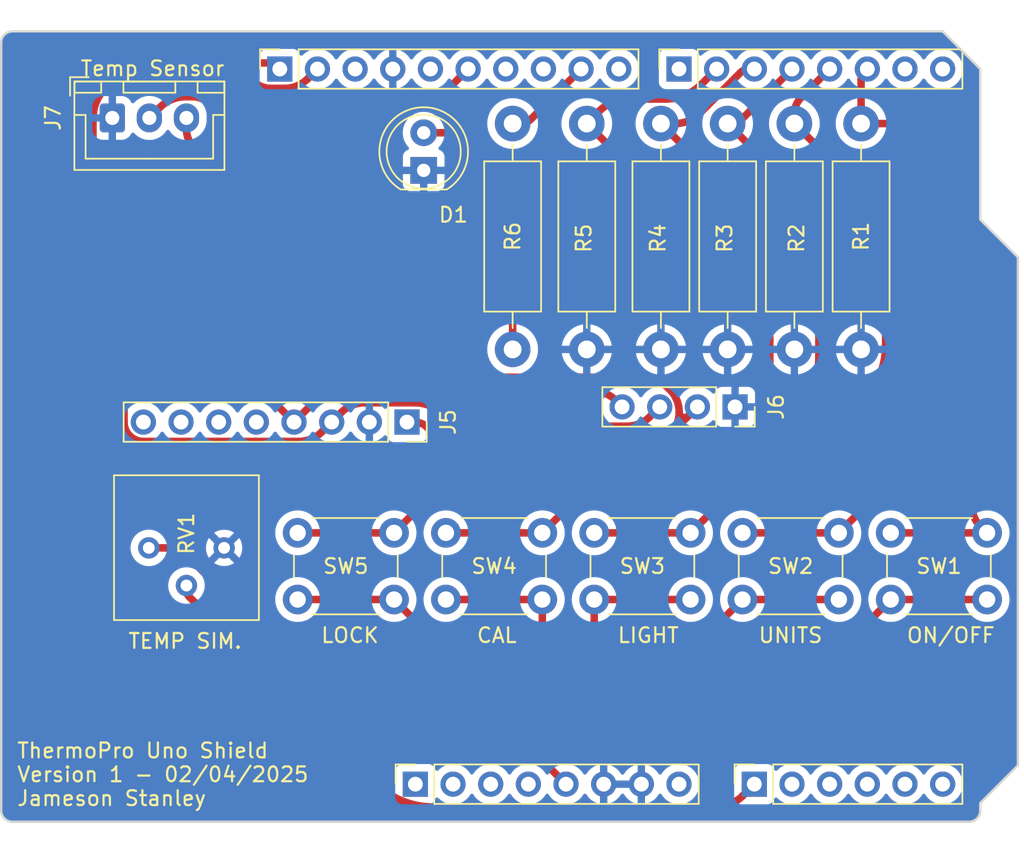
<source format=kicad_pcb>
(kicad_pcb (version 20240108) (generator "pcbnew") (generator_version "8.0")
  (title_block (date "mar. 31 mars 2015"))
  (layers (0 "F.Cu" signal) (31 "B.Cu" power) (34 "B.Paste" user) (35 "F.Paste" user) (36 "B.SilkS" user "B.Silkscreen") (37 "F.SilkS" user "F.Silkscreen") (38 "B.Mask" user) (39 "F.Mask" user) (44 "Edge.Cuts" user))
  (net 0 "")
  (net 1 "GND")
  (net 3 "+5V")
  (net 4 "/IOREF")
  (net 5 "/A1")
  (net 6 "/A2")
  (net 7 "/A3")
  (net 8 "/SDA{slash}A4")
  (net 9 "/SCL{slash}A5")
  (net 10 "/13")
  (net 11 "/AREF")
  (net 12 "/temp_digital")
  (net 13 "/7")
  (net 14 "/*11")
  (net 15 "/*10")
  (net 16 "/TX{slash}1")
  (net 17 "/RX{slash}0")
  (net 18 "+3V3")
  (net 19 "VCC")
  (net 20 "/~{RESET}")
  (net 21 "/I2C_SCL")
  (net 22 "/I2C_SDA")
  (net 27 "/button_onoff")
  (net 28 "/button_lock")
  (net 29 "/button_light")
  (net 30 "/button_cal")
  (net 31 "/button_units")
  (net 32 "Net-(D1-A)")
  (net 33 "/led_light")
  (net 34 "/temp_sensor")
  (footprint "Connector_PinSocket_2.54mm:PinSocket_1x08_P2.54mm_Vertical" (layer "F.Cu") (at 127.94 97.46 90)
    (property "Reference" "J1" (hide yes))
    (property "Value" "Power")
    (fp_line (start 1.33 -1.33) (end 1.33 0) (stroke (width 0.12)) (layer "F.SilkS"))
    (fp_line (start 0 -1.33) (end 1.33 -1.33) (stroke (width 0.12)) (layer "F.SilkS"))
    (fp_line (start 1.33 1.27) (end 1.33 19.11) (stroke (width 0.12)) (layer "F.SilkS"))
    (fp_line (start -1.33 1.27) (end 1.33 1.27) (stroke (width 0.12)) (layer "F.SilkS"))
    (fp_line (start -1.33 1.27) (end -1.33 19.11) (stroke (width 0.12)) (layer "F.SilkS"))
    (fp_line (start -1.33 19.11) (end 1.33 19.11) (stroke (width 0.12)) (layer "F.SilkS"))
    (pad "1" thru_hole rect (at 0 0 90) (size 1.7 1.7) (drill 1) (layers "*.Cu" "*.Mask"))
    (pad "2" thru_hole oval (at 0 2.54 90) (size 1.7 1.7) (drill 1) (layers "*.Cu" "*.Mask") (net 4 "/IOREF"))
    (pad "3" thru_hole oval (at 0 5.08 90) (size 1.7 1.7) (drill 1) (layers "*.Cu" "*.Mask") (net 20 "/~{RESET}"))
    (pad "4" thru_hole oval (at 0 7.62 90) (size 1.7 1.7) (drill 1) (layers "*.Cu" "*.Mask") (net 18 "+3V3"))
    (pad "5" thru_hole oval (at 0 10.16 90) (size 1.7 1.7) (drill 1) (layers "*.Cu" "*.Mask") (net 3 "+5V"))
    (pad "6" thru_hole oval (at 0 12.7 90) (size 1.7 1.7) (drill 1) (layers "*.Cu" "*.Mask") (net 1 "GND"))
    (pad "7" thru_hole oval (at 0 15.24 90) (size 1.7 1.7) (drill 1) (layers "*.Cu" "*.Mask") (net 1 "GND"))
    (pad "8" thru_hole oval (at 0 17.78 90) (size 1.7 1.7) (drill 1) (layers "*.Cu" "*.Mask") (net 19 "VCC"))
  )
  (footprint "Connector_PinSocket_2.54mm:PinSocket_1x06_P2.54mm_Vertical" (layer "F.Cu") (at 150.8 97.46 90)
    (property "Reference" "J3" (hide yes))
    (property "Value" "Analog")
    (fp_line (start 1.33 -1.33) (end 1.33 0) (stroke (width 0.12)) (layer "F.SilkS"))
    (fp_line (start 0 -1.33) (end 1.33 -1.33) (stroke (width 0.12)) (layer "F.SilkS"))
    (fp_line (start 1.33 1.27) (end 1.33 14.03) (stroke (width 0.12)) (layer "F.SilkS"))
    (fp_line (start -1.33 1.27) (end 1.33 1.27) (stroke (width 0.12)) (layer "F.SilkS"))
    (fp_line (start -1.33 1.27) (end -1.33 14.03) (stroke (width 0.12)) (layer "F.SilkS"))
    (fp_line (start -1.33 14.03) (end 1.33 14.03) (stroke (width 0.12)) (layer "F.SilkS"))
    (pad "1" thru_hole rect (at 0 0 90) (size 1.7 1.7) (drill 1) (layers "*.Cu" "*.Mask") (net 34 "/temp_sensor"))
    (pad "2" thru_hole oval (at 0 2.54 90) (size 1.7 1.7) (drill 1) (layers "*.Cu" "*.Mask") (net 5 "/A1"))
    (pad "3" thru_hole oval (at 0 5.08 90) (size 1.7 1.7) (drill 1) (layers "*.Cu" "*.Mask") (net 6 "/A2"))
    (pad "4" thru_hole oval (at 0 7.62 90) (size 1.7 1.7) (drill 1) (layers "*.Cu" "*.Mask") (net 7 "/A3"))
    (pad "5" thru_hole oval (at 0 10.16 90) (size 1.7 1.7) (drill 1) (layers "*.Cu" "*.Mask") (net 8 "/SDA{slash}A4"))
    (pad "6" thru_hole oval (at 0 12.7 90) (size 1.7 1.7) (drill 1) (layers "*.Cu" "*.Mask") (net 9 "/SCL{slash}A5"))
  )
  (footprint "Connector_PinSocket_2.54mm:PinSocket_1x10_P2.54mm_Vertical" (layer "F.Cu") (at 118.796 49.2 90)
    (property "Reference" "J2" (hide yes))
    (property "Value" "Digital/PWM")
    (fp_line (start 1.33 -1.33) (end 1.33 0) (stroke (width 0.12)) (layer "F.SilkS"))
    (fp_line (start 0 -1.33) (end 1.33 -1.33) (stroke (width 0.12)) (layer "F.SilkS"))
    (fp_line (start 1.33 1.27) (end 1.33 24.19) (stroke (width 0.12)) (layer "F.SilkS"))
    (fp_line (start -1.33 1.27) (end 1.33 1.27) (stroke (width 0.12)) (layer "F.SilkS"))
    (fp_line (start -1.33 1.27) (end -1.33 24.19) (stroke (width 0.12)) (layer "F.SilkS"))
    (fp_line (start -1.33 24.19) (end 1.33 24.19) (stroke (width 0.12)) (layer "F.SilkS"))
    (pad "1" thru_hole rect (at 0 0 90) (size 1.7 1.7) (drill 1) (layers "*.Cu" "*.Mask") (net 21 "/I2C_SCL"))
    (pad "2" thru_hole oval (at 0 2.54 90) (size 1.7 1.7) (drill 1) (layers "*.Cu" "*.Mask") (net 22 "/I2C_SDA"))
    (pad "3" thru_hole oval (at 0 5.08 90) (size 1.7 1.7) (drill 1) (layers "*.Cu" "*.Mask") (net 11 "/AREF"))
    (pad "4" thru_hole oval (at 0 7.62 90) (size 1.7 1.7) (drill 1) (layers "*.Cu" "*.Mask") (net 1 "GND"))
    (pad "5" thru_hole oval (at 0 10.16 90) (size 1.7 1.7) (drill 1) (layers "*.Cu" "*.Mask") (net 10 "/13"))
    (pad "6" thru_hole oval (at 0 12.7 90) (size 1.7 1.7) (drill 1) (layers "*.Cu" "*.Mask") (net 12 "/temp_digital"))
    (pad "7" thru_hole oval (at 0 15.24 90) (size 1.7 1.7) (drill 1) (layers "*.Cu" "*.Mask") (net 14 "/*11"))
    (pad "8" thru_hole oval (at 0 17.78 90) (size 1.7 1.7) (drill 1) (layers "*.Cu" "*.Mask") (net 15 "/*10"))
    (pad "9" thru_hole oval (at 0 20.32 90) (size 1.7 1.7) (drill 1) (layers "*.Cu" "*.Mask") (net 33 "/led_light"))
    (pad "10" thru_hole oval (at 0 22.86 90) (size 1.7 1.7) (drill 1) (layers "*.Cu" "*.Mask"))
  )
  (footprint "Connector_PinSocket_2.54mm:PinSocket_1x08_P2.54mm_Vertical" (layer "F.Cu") (at 145.72 49.2 90)
    (property "Reference" "J4" (hide yes))
    (property "Value" "Digital/PWM")
    (fp_line (start 1.33 -1.33) (end 1.33 0) (stroke (width 0.12)) (layer "F.SilkS"))
    (fp_line (start 0 -1.33) (end 1.33 -1.33) (stroke (width 0.12)) (layer "F.SilkS"))
    (fp_line (start 1.33 1.27) (end 1.33 19.11) (stroke (width 0.12)) (layer "F.SilkS"))
    (fp_line (start -1.33 1.27) (end 1.33 1.27) (stroke (width 0.12)) (layer "F.SilkS"))
    (fp_line (start -1.33 1.27) (end -1.33 19.11) (stroke (width 0.12)) (layer "F.SilkS"))
    (fp_line (start -1.33 19.11) (end 1.33 19.11) (stroke (width 0.12)) (layer "F.SilkS"))
    (pad "1" thru_hole rect (at 0 0 90) (size 1.7 1.7) (drill 1) (layers "*.Cu" "*.Mask") (net 13 "/7"))
    (pad "2" thru_hole oval (at 0 2.54 90) (size 1.7 1.7) (drill 1) (layers "*.Cu" "*.Mask") (net 28 "/button_lock"))
    (pad "3" thru_hole oval (at 0 5.08 90) (size 1.7 1.7) (drill 1) (layers "*.Cu" "*.Mask") (net 30 "/button_cal"))
    (pad "4" thru_hole oval (at 0 7.62 90) (size 1.7 1.7) (drill 1) (layers "*.Cu" "*.Mask") (net 29 "/button_light"))
    (pad "5" thru_hole oval (at 0 10.16 90) (size 1.7 1.7) (drill 1) (layers "*.Cu" "*.Mask") (net 31 "/button_units"))
    (pad "6" thru_hole oval (at 0 12.7 90) (size 1.7 1.7) (drill 1) (layers "*.Cu" "*.Mask") (net 27 "/button_onoff"))
    (pad "7" thru_hole oval (at 0 15.24 90) (size 1.7 1.7) (drill 1) (layers "*.Cu" "*.Mask") (net 16 "/TX{slash}1"))
    (pad "8" thru_hole oval (at 0 17.78 90) (size 1.7 1.7) (drill 1) (layers "*.Cu" "*.Mask") (net 17 "/RX{slash}0"))
  )
  (footprint "Potentiometer_THT:Potentiometer_Bourns_3386P_Vertical" (layer "F.Cu") (at 109.96 81.515 -90)
    (property "Reference" "RV1" (at -0.96 -2.54 90) (layer "F.SilkS"))
    (property "Value" "10k")
    (fp_line (start -4.9 2.345) (end 4.87 2.345) (stroke (width 0.12)) (layer "F.SilkS"))
    (fp_line (start -4.9 -7.425) (end -4.9 2.345) (stroke (width 0.12)) (layer "F.SilkS"))
    (fp_line (start -4.9 -7.425) (end 4.87 -7.425) (stroke (width 0.12)) (layer "F.SilkS"))
    (fp_line (start 4.87 -7.425) (end 4.87 2.345) (stroke (width 0.12)) (layer "F.SilkS"))
    (pad "1" thru_hole circle (at 0 0 270) (size 1.44 1.44) (drill 0.8) (layers "*.Cu" "*.Mask") (net 3 "+5V"))
    (pad "2" thru_hole circle (at 2.54 -2.54 270) (size 1.44 1.44) (drill 0.8) (layers "*.Cu" "*.Mask") (net 34 "/temp_sensor"))
    (pad "3" thru_hole circle (at 0 -5.08 270) (size 1.44 1.44) (drill 0.8) (layers "*.Cu" "*.Mask") (net 1 "GND"))
  )
  (footprint "Connector_PinSocket_2.54mm:PinSocket_1x04_P2.54mm_Vertical" (layer "F.Cu") (at 149.5 72 -90)
    (property "Reference" "J6" (at 0 -2.77 90) (layer "F.SilkS"))
    (property "Value" "CONN_DISPLAY")
    (fp_line (start -1.33 8.95) (end 1.33 8.95) (stroke (width 0.12)) (layer "F.SilkS"))
    (fp_line (start -1.33 1.27) (end -1.33 8.95) (stroke (width 0.12)) (layer "F.SilkS"))
    (fp_line (start -1.33 1.27) (end 1.33 1.27) (stroke (width 0.12)) (layer "F.SilkS"))
    (fp_line (start 1.33 1.27) (end 1.33 8.95) (stroke (width 0.12)) (layer "F.SilkS"))
    (fp_line (start 0 -1.33) (end 1.33 -1.33) (stroke (width 0.12)) (layer "F.SilkS"))
    (fp_line (start 1.33 -1.33) (end 1.33 0) (stroke (width 0.12)) (layer "F.SilkS"))
    (pad "1" thru_hole rect (at 0 0 270) (size 1.7 1.7) (drill 1) (layers "*.Cu" "*.Mask") (net 1 "GND"))
    (pad "2" thru_hole oval (at 0 2.54 270) (size 1.7 1.7) (drill 1) (layers "*.Cu" "*.Mask") (net 3 "+5V"))
    (pad "3" thru_hole oval (at 0 5.08 270) (size 1.7 1.7) (drill 1) (layers "*.Cu" "*.Mask") (net 21 "/I2C_SCL"))
    (pad "4" thru_hole oval (at 0 7.62 270) (size 1.7 1.7) (drill 1) (layers "*.Cu" "*.Mask") (net 22 "/I2C_SDA"))
  )
  (footprint "Resistor_THT:R_Axial_DIN0411_L9.9mm_D3.6mm_P15.24mm_Horizontal" (layer "F.Cu") (at 134.5 52.88 -90)
    (property "Reference" "R6" (at 7.62 0 90) (layer "F.SilkS"))
    (property "Value" "1k")
    (fp_line (start 2.55 1.92) (end 12.69 1.92) (stroke (width 0.12)) (layer "F.SilkS"))
    (fp_line (start 12.69 1.92) (end 12.69 -1.92) (stroke (width 0.12)) (layer "F.SilkS"))
    (fp_line (start 1.44 0) (end 2.55 0) (stroke (width 0.12)) (layer "F.SilkS"))
    (fp_line (start 13.8 0) (end 12.69 0) (stroke (width 0.12)) (layer "F.SilkS"))
    (fp_line (start 2.55 -1.92) (end 2.55 1.92) (stroke (width 0.12)) (layer "F.SilkS"))
    (fp_line (start 12.69 -1.92) (end 2.55 -1.92) (stroke (width 0.12)) (layer "F.SilkS"))
    (pad "1" thru_hole circle (at 0 0 270) (size 2.4 2.4) (drill 1.2) (layers "*.Cu" "*.Mask") (net 33 "/led_light"))
    (pad "2" thru_hole oval (at 15.24 0 270) (size 2.4 2.4) (drill 1.2) (layers "*.Cu" "*.Mask") (net 32 "Net-(D1-A)"))
  )
  (footprint "LED_THT:LED_D5.0mm" (layer "F.Cu") (at 128.5 56.04 90)
    (property "Reference" "D1" (at -3 2 180) (layer "F.SilkS"))
    (property "Value" "LED")
    (fp_line (start -1.29 -1.545) (end -1.29 1.545) (stroke (width 0.12)) (layer "F.SilkS"))
    (fp_arc (start -1.29 -1.54483) (mid 2.071756 -2.880501) (end 4.26 -0.000048) (stroke (width 0.12)) (layer "F.SilkS"))
    (fp_arc (start 4.26 0.000048) (mid 2.071756 2.880501) (end -1.29 1.54483) (stroke (width 0.12)) (layer "F.SilkS"))
    (fp_circle (center 1.27 0) (end 3.77 0) (stroke (width 0.12)) (fill none) (layer "F.SilkS"))
    (pad "1" thru_hole rect (at 0 0 90) (size 1.8 1.8) (drill 0.9) (layers "*.Cu" "*.Mask") (net 1 "GND"))
    (pad "2" thru_hole circle (at 2.54 0 90) (size 1.8 1.8) (drill 0.9) (layers "*.Cu" "*.Mask") (net 32 "Net-(D1-A)"))
  )
  (footprint "Connector_JST:JST_XH_B3B-XH-A_1x03_P2.50mm_Vertical" (layer "F.Cu") (at 107.5 52.5)
    (property "Reference" "J7" (at -4 0 90) (layer "F.SilkS"))
    (property "Value" "Conn_01x03")
    (fp_line (start -2.85 -2.75) (end -2.85 -1.5) (stroke (width 0.12)) (layer "F.SilkS"))
    (fp_line (start -2.56 -2.46) (end -2.56 3.51) (stroke (width 0.12)) (layer "F.SilkS"))
    (fp_line (start -2.56 3.51) (end 7.56 3.51) (stroke (width 0.12)) (layer "F.SilkS"))
    (fp_line (start -2.55 -2.45) (end -2.55 -1.7) (stroke (width 0.12)) (layer "F.SilkS"))
    (fp_line (start -2.55 -1.7) (end -0.75 -1.7) (stroke (width 0.12)) (layer "F.SilkS"))
    (fp_line (start -2.55 -0.2) (end -1.8 -0.2) (stroke (width 0.12)) (layer "F.SilkS"))
    (fp_line (start -1.8 -0.2) (end -1.8 2.75) (stroke (width 0.12)) (layer "F.SilkS"))
    (fp_line (start -1.8 2.75) (end 2.5 2.75) (stroke (width 0.12)) (layer "F.SilkS"))
    (fp_line (start -1.6 -2.75) (end -2.85 -2.75) (stroke (width 0.12)) (layer "F.SilkS"))
    (fp_line (start -0.75 -2.45) (end -2.55 -2.45) (stroke (width 0.12)) (layer "F.SilkS"))
    (fp_line (start -0.75 -1.7) (end -0.75 -2.45) (stroke (width 0.12)) (layer "F.SilkS"))
    (fp_line (start 0.75 -2.45) (end 0.75 -1.7) (stroke (width 0.12)) (layer "F.SilkS"))
    (fp_line (start 0.75 -1.7) (end 4.25 -1.7) (stroke (width 0.12)) (layer "F.SilkS"))
    (fp_line (start 4.25 -2.45) (end 0.75 -2.45) (stroke (width 0.12)) (layer "F.SilkS"))
    (fp_line (start 4.25 -1.7) (end 4.25 -2.45) (stroke (width 0.12)) (layer "F.SilkS"))
    (fp_line (start 5.75 -2.45) (end 5.75 -1.7) (stroke (width 0.12)) (layer "F.SilkS"))
    (fp_line (start 5.75 -1.7) (end 7.55 -1.7) (stroke (width 0.12)) (layer "F.SilkS"))
    (fp_line (start 6.8 -0.2) (end 6.8 2.75) (stroke (width 0.12)) (layer "F.SilkS"))
    (fp_line (start 6.8 2.75) (end 2.5 2.75) (stroke (width 0.12)) (layer "F.SilkS"))
    (fp_line (start 7.55 -2.45) (end 5.75 -2.45) (stroke (width 0.12)) (layer "F.SilkS"))
    (fp_line (start 7.55 -1.7) (end 7.55 -2.45) (stroke (width 0.12)) (layer "F.SilkS"))
    (fp_line (start 7.55 -0.2) (end 6.8 -0.2) (stroke (width 0.12)) (layer "F.SilkS"))
    (fp_line (start 7.56 -2.46) (end -2.56 -2.46) (stroke (width 0.12)) (layer "F.SilkS"))
    (fp_line (start 7.56 3.51) (end 7.56 -2.46) (stroke (width 0.12)) (layer "F.SilkS"))
    (pad "1" thru_hole roundrect (at 0 0) (size 1.7 1.95) (drill 0.95) (layers "*.Cu" "*.Mask") (roundrect_rratio 0.147059) (net 1 "GND"))
    (pad "2" thru_hole oval (at 2.5 0) (size 1.7 1.95) (drill 0.95) (layers "*.Cu" "*.Mask") (net 12 "/temp_digital"))
    (pad "3" thru_hole oval (at 5 0) (size 1.7 1.95) (drill 0.95) (layers "*.Cu" "*.Mask") (net 3 "+5V"))
  )
  (footprint "Button_Switch_THT:SW_PUSH_6mm" (layer "F.Cu") (at 120 80.5)
    (property "Reference" "SW5" (at 3.25 2.25 0) (layer "F.SilkS"))
    (property "Value" "SW_SPST")
    (fp_line (start -0.25 1.5) (end -0.25 3) (stroke (width 0.12)) (layer "F.SilkS"))
    (fp_line (start 1 5.5) (end 5.5 5.5) (stroke (width 0.12)) (layer "F.SilkS"))
    (fp_line (start 5.5 -1) (end 1 -1) (stroke (width 0.12)) (layer "F.SilkS"))
    (fp_line (start 6.75 3) (end 6.75 1.5) (stroke (width 0.12)) (layer "F.SilkS"))
    (pad "1" thru_hole circle (at 0 0 90) (size 2 2) (drill 1.1) (layers "*.Cu" "*.Mask") (net 28 "/button_lock"))
    (pad "1" thru_hole circle (at 6.5 0 90) (size 2 2) (drill 1.1) (layers "*.Cu" "*.Mask") (net 28 "/button_lock"))
    (pad "2" thru_hole circle (at 0 4.5 90) (size 2 2) (drill 1.1) (layers "*.Cu" "*.Mask") (net 3 "+5V"))
    (pad "2" thru_hole circle (at 6.5 4.5 90) (size 2 2) (drill 1.1) (layers "*.Cu" "*.Mask") (net 3 "+5V"))
  )
  (footprint "Resistor_THT:R_Axial_DIN0411_L9.9mm_D3.6mm_P15.24mm_Horizontal" (layer "F.Cu") (at 153.5 52.88 -90)
    (property "Reference" "R2" (at 7.74 -0.15 90) (layer "F.SilkS"))
    (property "Value" "100k")
    (fp_line (start 2.55 1.92) (end 12.69 1.92) (stroke (width 0.12)) (layer "F.SilkS"))
    (fp_line (start 12.69 1.92) (end 12.69 -1.92) (stroke (width 0.12)) (layer "F.SilkS"))
    (fp_line (start 1.44 0) (end 2.55 0) (stroke (width 0.12)) (layer "F.SilkS"))
    (fp_line (start 13.8 0) (end 12.69 0) (stroke (width 0.12)) (layer "F.SilkS"))
    (fp_line (start 2.55 -1.92) (end 2.55 1.92) (stroke (width 0.12)) (layer "F.SilkS"))
    (fp_line (start 12.69 -1.92) (end 2.55 -1.92) (stroke (width 0.12)) (layer "F.SilkS"))
    (pad "1" thru_hole circle (at 0 0 270) (size 2.4 2.4) (drill 1.2) (layers "*.Cu" "*.Mask") (net 31 "/button_units"))
    (pad "2" thru_hole oval (at 15.24 0 270) (size 2.4 2.4) (drill 1.2) (layers "*.Cu" "*.Mask") (net 1 "GND"))
  )
  (footprint "Button_Switch_THT:SW_PUSH_6mm" (layer "F.Cu") (at 160 80.5)
    (property "Reference" "SW1" (at 3.25 2.25 0) (layer "F.SilkS"))
    (property "Value" "SW_SPST")
    (fp_line (start -0.25 1.5) (end -0.25 3) (stroke (width 0.12)) (layer "F.SilkS"))
    (fp_line (start 1 5.5) (end 5.5 5.5) (stroke (width 0.12)) (layer "F.SilkS"))
    (fp_line (start 5.5 -1) (end 1 -1) (stroke (width 0.12)) (layer "F.SilkS"))
    (fp_line (start 6.75 3) (end 6.75 1.5) (stroke (width 0.12)) (layer "F.SilkS"))
    (pad "1" thru_hole circle (at 0 0 90) (size 2 2) (drill 1.1) (layers "*.Cu" "*.Mask") (net 27 "/button_onoff"))
    (pad "1" thru_hole circle (at 6.5 0 90) (size 2 2) (drill 1.1) (layers "*.Cu" "*.Mask") (net 27 "/button_onoff"))
    (pad "2" thru_hole circle (at 0 4.5 90) (size 2 2) (drill 1.1) (layers "*.Cu" "*.Mask") (net 3 "+5V"))
    (pad "2" thru_hole circle (at 6.5 4.5 90) (size 2 2) (drill 1.1) (layers "*.Cu" "*.Mask") (net 3 "+5V"))
  )
  (footprint "Resistor_THT:R_Axial_DIN0411_L9.9mm_D3.6mm_P15.24mm_Horizontal" (layer "F.Cu") (at 158 52.88 -90)
    (property "Reference" "R1" (at 7.62 0 90) (layer "F.SilkS"))
    (property "Value" "100k")
    (fp_line (start 2.55 1.92) (end 12.69 1.92) (stroke (width 0.12)) (layer "F.SilkS"))
    (fp_line (start 12.69 1.92) (end 12.69 -1.92) (stroke (width 0.12)) (layer "F.SilkS"))
    (fp_line (start 1.44 0) (end 2.55 0) (stroke (width 0.12)) (layer "F.SilkS"))
    (fp_line (start 13.8 0) (end 12.69 0) (stroke (width 0.12)) (layer "F.SilkS"))
    (fp_line (start 2.55 -1.92) (end 2.55 1.92) (stroke (width 0.12)) (layer "F.SilkS"))
    (fp_line (start 12.69 -1.92) (end 2.55 -1.92) (stroke (width 0.12)) (layer "F.SilkS"))
    (pad "1" thru_hole circle (at 0 0 270) (size 2.4 2.4) (drill 1.2) (layers "*.Cu" "*.Mask") (net 27 "/button_onoff"))
    (pad "2" thru_hole oval (at 15.24 0 270) (size 2.4 2.4) (drill 1.2) (layers "*.Cu" "*.Mask") (net 1 "GND"))
  )
  (footprint "Resistor_THT:R_Axial_DIN0411_L9.9mm_D3.6mm_P15.24mm_Horizontal" (layer "F.Cu") (at 139.5 52.88 -90)
    (property "Reference" "R5" (at 7.74 0.2 90) (layer "F.SilkS"))
    (property "Value" "100k")
    (fp_line (start 2.55 1.92) (end 12.69 1.92) (stroke (width 0.12)) (layer "F.SilkS"))
    (fp_line (start 12.69 1.92) (end 12.69 -1.92) (stroke (width 0.12)) (layer "F.SilkS"))
    (fp_line (start 1.44 0) (end 2.55 0) (stroke (width 0.12)) (layer "F.SilkS"))
    (fp_line (start 13.8 0) (end 12.69 0) (stroke (width 0.12)) (layer "F.SilkS"))
    (fp_line (start 2.55 -1.92) (end 2.55 1.92) (stroke (width 0.12)) (layer "F.SilkS"))
    (fp_line (start 12.69 -1.92) (end 2.55 -1.92) (stroke (width 0.12)) (layer "F.SilkS"))
    (pad "1" thru_hole circle (at 0 0 270) (size 2.4 2.4) (drill 1.2) (layers "*.Cu" "*.Mask") (net 28 "/button_lock"))
    (pad "2" thru_hole oval (at 15.24 0 270) (size 2.4 2.4) (drill 1.2) (layers "*.Cu" "*.Mask") (net 1 "GND"))
  )
  (footprint "Button_Switch_THT:SW_PUSH_6mm" (layer "F.Cu") (at 150 80.5)
    (property "Reference" "SW2" (at 3.25 2.25 0) (layer "F.SilkS"))
    (property "Value" "SW_SPST")
    (fp_line (start -0.25 1.5) (end -0.25 3) (stroke (width 0.12)) (layer "F.SilkS"))
    (fp_line (start 1 5.5) (end 5.5 5.5) (stroke (width 0.12)) (layer "F.SilkS"))
    (fp_line (start 5.5 -1) (end 1 -1) (stroke (width 0.12)) (layer "F.SilkS"))
    (fp_line (start 6.75 3) (end 6.75 1.5) (stroke (width 0.12)) (layer "F.SilkS"))
    (pad "1" thru_hole circle (at 0 0 90) (size 2 2) (drill 1.1) (layers "*.Cu" "*.Mask") (net 31 "/button_units"))
    (pad "1" thru_hole circle (at 6.5 0 90) (size 2 2) (drill 1.1) (layers "*.Cu" "*.Mask") (net 31 "/button_units"))
    (pad "2" thru_hole circle (at 0 4.5 90) (size 2 2) (drill 1.1) (layers "*.Cu" "*.Mask") (net 3 "+5V"))
    (pad "2" thru_hole circle (at 6.5 4.5 90) (size 2 2) (drill 1.1) (layers "*.Cu" "*.Mask") (net 3 "+5V"))
  )
  (footprint "Button_Switch_THT:SW_PUSH_6mm" (layer "F.Cu") (at 130 80.5)
    (property "Reference" "SW4" (at 3.25 2.25 0) (layer "F.SilkS"))
    (property "Value" "SW_SPST")
    (fp_line (start -0.25 1.5) (end -0.25 3) (stroke (width 0.12)) (layer "F.SilkS"))
    (fp_line (start 1 5.5) (end 5.5 5.5) (stroke (width 0.12)) (layer "F.SilkS"))
    (fp_line (start 5.5 -1) (end 1 -1) (stroke (width 0.12)) (layer "F.SilkS"))
    (fp_line (start 6.75 3) (end 6.75 1.5) (stroke (width 0.12)) (layer "F.SilkS"))
    (pad "1" thru_hole circle (at 0 0 90) (size 2 2) (drill 1.1) (layers "*.Cu" "*.Mask") (net 30 "/button_cal"))
    (pad "1" thru_hole circle (at 6.5 0 90) (size 2 2) (drill 1.1) (layers "*.Cu" "*.Mask") (net 30 "/button_cal"))
    (pad "2" thru_hole circle (at 0 4.5 90) (size 2 2) (drill 1.1) (layers "*.Cu" "*.Mask") (net 3 "+5V"))
    (pad "2" thru_hole circle (at 6.5 4.5 90) (size 2 2) (drill 1.1) (layers "*.Cu" "*.Mask") (net 3 "+5V"))
  )
  (footprint "Resistor_THT:R_Axial_DIN0411_L9.9mm_D3.6mm_P15.24mm_Horizontal" (layer "F.Cu") (at 149 52.88 -90)
    (property "Reference" "R3" (at 7.74 0.2 90) (layer "F.SilkS"))
    (property "Value" "100k")
    (fp_line (start 2.55 1.92) (end 12.69 1.92) (stroke (width 0.12)) (layer "F.SilkS"))
    (fp_line (start 12.69 1.92) (end 12.69 -1.92) (stroke (width 0.12)) (layer "F.SilkS"))
    (fp_line (start 1.44 0) (end 2.55 0) (stroke (width 0.12)) (layer "F.SilkS"))
    (fp_line (start 13.8 0) (end 12.69 0) (stroke (width 0.12)) (layer "F.SilkS"))
    (fp_line (start 2.55 -1.92) (end 2.55 1.92) (stroke (width 0.12)) (layer "F.SilkS"))
    (fp_line (start 12.69 -1.92) (end 2.55 -1.92) (stroke (width 0.12)) (layer "F.SilkS"))
    (pad "1" thru_hole circle (at 0 0 270) (size 2.4 2.4) (drill 1.2) (layers "*.Cu" "*.Mask") (net 29 "/button_light"))
    (pad "2" thru_hole oval (at 15.24 0 270) (size 2.4 2.4) (drill 1.2) (layers "*.Cu" "*.Mask") (net 1 "GND"))
  )
  (footprint "Resistor_THT:R_Axial_DIN0411_L9.9mm_D3.6mm_P15.24mm_Horizontal" (layer "F.Cu") (at 144.5 52.88 -90)
    (property "Reference" "R4" (at 7.74 0.2 90) (layer "F.SilkS"))
    (property "Value" "100k")
    (fp_line (start 2.55 1.92) (end 12.69 1.92) (stroke (width 0.12)) (layer "F.SilkS"))
    (fp_line (start 12.69 1.92) (end 12.69 -1.92) (stroke (width 0.12)) (layer "F.SilkS"))
    (fp_line (start 1.44 0) (end 2.55 0) (stroke (width 0.12)) (layer "F.SilkS"))
    (fp_line (start 13.8 0) (end 12.69 0) (stroke (width 0.12)) (layer "F.SilkS"))
    (fp_line (start 2.55 -1.92) (end 2.55 1.92) (stroke (width 0.12)) (layer "F.SilkS"))
    (fp_line (start 12.69 -1.92) (end 2.55 -1.92) (stroke (width 0.12)) (layer "F.SilkS"))
    (pad "1" thru_hole circle (at 0 0 270) (size 2.4 2.4) (drill 1.2) (layers "*.Cu" "*.Mask") (net 30 "/button_cal"))
    (pad "2" thru_hole oval (at 15.24 0 270) (size 2.4 2.4) (drill 1.2) (layers "*.Cu" "*.Mask") (net 1 "GND"))
  )
  (footprint "Button_Switch_THT:SW_PUSH_6mm" (layer "F.Cu") (at 140 80.5)
    (property "Reference" "SW3" (at 3.25 2.25 0) (layer "F.SilkS"))
    (property "Value" "SW_SPST")
    (fp_line (start -0.25 1.5) (end -0.25 3) (stroke (width 0.12)) (layer "F.SilkS"))
    (fp_line (start 1 5.5) (end 5.5 5.5) (stroke (width 0.12)) (layer "F.SilkS"))
    (fp_line (start 5.5 -1) (end 1 -1) (stroke (width 0.12)) (layer "F.SilkS"))
    (fp_line (start 6.75 3) (end 6.75 1.5) (stroke (width 0.12)) (layer "F.SilkS"))
    (pad "1" thru_hole circle (at 0 0 90) (size 2 2) (drill 1.1) (layers "*.Cu" "*.Mask") (net 29 "/button_light"))
    (pad "1" thru_hole circle (at 6.5 0 90) (size 2 2) (drill 1.1) (layers "*.Cu" "*.Mask") (net 29 "/button_light"))
    (pad "2" thru_hole circle (at 0 4.5 90) (size 2 2) (drill 1.1) (layers "*.Cu" "*.Mask") (net 3 "+5V"))
    (pad "2" thru_hole circle (at 6.5 4.5 90) (size 2 2) (drill 1.1) (layers "*.Cu" "*.Mask") (net 3 "+5V"))
  )
  (footprint "Connector_PinSocket_2.54mm:PinSocket_1x08_P2.54mm_Vertical" (layer "F.Cu") (at 127.375 73.025 -90)
    (property "Reference" "J5" (at 0 -2.77 90) (layer "F.SilkS"))
    (property "Value" "CONN_GYRO")
    (fp_line (start -1.33 19.11) (end 1.33 19.11) (stroke (width 0.12)) (layer "F.SilkS"))
    (fp_line (start -1.33 1.27) (end -1.33 19.11) (stroke (width 0.12)) (layer "F.SilkS"))
    (fp_line (start -1.33 1.27) (end 1.33 1.27) (stroke (width 0.12)) (layer "F.SilkS"))
    (fp_line (start 1.33 1.27) (end 1.33 19.11) (stroke (width 0.12)) (layer "F.SilkS"))
    (fp_line (start 0 -1.33) (end 1.33 -1.33) (stroke (width 0.12)) (layer "F.SilkS"))
    (fp_line (start 1.33 -1.33) (end 1.33 0) (stroke (width 0.12)) (layer "F.SilkS"))
    (pad "1" thru_hole rect (at 0 0 270) (size 1.7 1.7) (drill 1) (layers "*.Cu" "*.Mask") (net 3 "+5V"))
    (pad "2" thru_hole oval (at 0 2.54 270) (size 1.7 1.7) (drill 1) (layers "*.Cu" "*.Mask") (net 1 "GND"))
    (pad "3" thru_hole oval (at 0 5.08 270) (size 1.7 1.7) (drill 1) (layers "*.Cu" "*.Mask") (net 21 "/I2C_SCL"))
    (pad "4" thru_hole oval (at 0 7.62 270) (size 1.7 1.7) (drill 1) (layers "*.Cu" "*.Mask") (net 22 "/I2C_SDA"))
    (pad "5" thru_hole oval (at 0 10.16 270) (size 1.7 1.7) (drill 1) (layers "*.Cu" "*.Mask"))
    (pad "6" thru_hole oval (at 0 12.7 270) (size 1.7 1.7) (drill 1) (layers "*.Cu" "*.Mask"))
    (pad "7" thru_hole oval (at 0 15.24 270) (size 1.7 1.7) (drill 1) (layers "*.Cu" "*.Mask"))
    (pad "8" thru_hole oval (at 0 17.78 270) (size 1.7 1.7) (drill 1) (layers "*.Cu" "*.Mask"))
  )
  (gr_line (start 166.04 59.36) (end 168.58 61.9) (stroke (width 0.15)) (layer "Edge.Cuts"))
  (gr_line (start 100 99.238) (end 100 47.422) (stroke (width 0.15)) (layer "Edge.Cuts"))
  (gr_line (start 168.58 61.9) (end 168.58 96.19) (stroke (width 0.15)) (layer "Edge.Cuts"))
  (gr_line (start 165.278 100) (end 100.762 100) (stroke (width 0.15)) (layer "Edge.Cuts"))
  (gr_line (start 100.762 46.66) (end 163.5 46.66) (stroke (width 0.15)) (layer "Edge.Cuts"))
  (gr_arc (start 100.762 100) (mid 100.223185 99.776815) (end 100 99.238) (stroke (width 0.15)) (layer "Edge.Cuts"))
  (gr_line (start 168.58 96.19) (end 166.04 98.73) (stroke (width 0.15)) (layer "Edge.Cuts"))
  (gr_line (start 163.5 46.66) (end 166.04 49.2) (stroke (width 0.15)) (layer "Edge.Cuts"))
  (gr_arc (start 166.04 99.238) (mid 165.816815 99.776815) (end 165.278 100) (stroke (width 0.15)) (layer "Edge.Cuts"))
  (gr_line (start 166.04 49.2) (end 166.04 59.36) (stroke (width 0.15)) (layer "Edge.Cuts"))
  (gr_line (start 166.04 98.73) (end 166.04 99.238) (stroke (width 0.15)) (layer "Edge.Cuts"))
  (gr_arc (start 100 47.422) (mid 100.223185 46.883185) (end 100.762 46.66) (stroke (width 0.15)) (layer "Edge.Cuts"))
  (gr_text "CAL" (at 132 88 0) (layer "F.SilkS") (effects (font (size 1 1)) (justify left bottom)))
  (gr_text "LOCK" (at 121.5 88 0) (layer "F.SilkS") (effects (font (size 1 1)) (justify left bottom)))
  (gr_text "UNITS" (at 151 88 0) (layer "F.SilkS") (effects (font (size 1 1)) (justify left bottom)))
  (gr_text "ThermoPro Uno Shield\nVersion 1 - 02/04/2025\nJameson Stanley" (at 101 99 0) (layer "F.SilkS") (effects (font (size 1 1)) (justify left bottom)))
  (gr_text "TEMP SIM.\n\n" (at 108.5 90 0) (layer "F.SilkS") (effects (font (size 1 1)) (justify left bottom)))
  (gr_text "LIGHT" (at 141.5 88 0) (layer "F.SilkS") (effects (font (size 1 1)) (justify left bottom)))
  (gr_text "Temp Sensor\n" (at 105.275 49.75 0) (layer "F.SilkS") (effects (font (size 1 1)) (justify left bottom)))
  (gr_text "ON/OFF" (at 161 88 0) (layer "F.SilkS") (effects (font (size 1 1)) (justify left bottom)))
  (segment (start 112.741552 82.241552) (end 116.646446 86.146446) (width 0.508) (layer "F.Cu") (net 3))
  (segment (start 130.373599 74.792) (end 129.929866 74.792) (width 0.508) (layer "F.Cu") (net 3))
  (segment (start 143.227611 70) (end 130.753963 70) (width 0.508) (layer "F.Cu") (net 3))
  (segment (start 136.41 95.77) (end 136.73 96.09) (width 0.508) (layer "F.Cu") (net 3))
  (segment (start 117 84.25) (end 117 85.75) (width 0.508) (layer "F.Cu") (net 3))
  (segment (start 112.5 53.25) (end 112.5 52.5) (width 0.508) (layer "F.Cu") (net 3))
  (segment (start 126.5 85) (end 128.335944 86.835944) (width 0.508) (layer "F.Cu") (net 3))
  (segment (start 134.59 89.91) (end 134.41 90.09) (width 0.508) (layer "F.Cu") (net 3))
  (segment (start 147.145451 87.854548) (end 150 85) (width 0.508) (layer "F.Cu") (net 3))
  (segment (start 136.5 85) (end 136.5 86.585786) (width 0.508) (layer "F.Cu") (net 3))
  (segment (start 133.445 92.805) (end 134.07 93.43) (width 0.508) (layer "F.Cu") (net 3))
  (segment (start 127.57 88) (end 125.43 88) (width 0.508) (layer "F.Cu") (net 3))
  (segment (start 117 81.753963) (end 117 84.25) (width 0.508) (layer "F.Cu") (net 3))
  (segment (start 127.645815 76) (end 122.753963 76) (width 0.508) (layer "F.Cu") (net 3))
  (segment (start 131.695 91.055) (end 128.944055 88.304055) (width 0.508) (layer "F.Cu") (net 3))
  (segment (start 145.106284 70.842149) (end 144.997067 70.732932) (width 0.508) (layer "F.Cu") (net 3))
  (segment (start 134.57 93.93) (end 135.07 94.43) (width 0.508) (layer "F.Cu") (net 3))
  (segment (start 150 85) (end 156.5 85) (width 0.508) (layer "F.Cu") (net 3))
  (segment (start 136.41 95.77) (end 135.07 94.43) (width 0.508) (layer "F.Cu") (net 3))
  (segment (start 134.59 89.91) (end 135.5 89) (width 0.508) (layer "F.Cu") (net 3))
  (segment (start 160 85) (end 157.593792 87.406207) (width 0.508) (layer "F.Cu") (net 3))
  (segment (start 136.25 95.383725) (end 136.25 92.926776) (width 0.508) (layer "F.Cu") (net 3))
  (segment (start 134.32 90.307279) (end 134.32 93.326446) (width 0.508) (layer "F.Cu") (net 3))
  (segment (start 136.5 85) (end 130 85) (width 0.508) (layer "F.Cu") (net 3))
  (segment (start 126.906207 68.406207) (end 113.03033 54.53033) (width 0.508) (layer "F.Cu") (net 3))
  (segment (start 146.345 72.615) (end 145.115 73.845) (width 0.508) (layer "F.Cu") (net 3))
  (segment (start 128.21 88) (end 127.57 88) (width 0.508) (layer "F.Cu") (net 3))
  (segment (start 143.063499 74.792) (end 130.373599 74.792) (width 0.508) (layer "F.Cu") (net 3))
  (segment (start 117 87.146446) (end 117 87) (width 0.508) (layer "F.Cu") (net 3))
  (segment (start 136.73 96.09) (end 136.41 95.77) (width 0.508) (layer "F.Cu") (net 3))
  (segment (start 117 86) (end 117 87) (width 0.508) (layer "F.Cu") (net 3))
  (segment (start 117.853553 88) (end 125.43 88) (width 0.508) (layer "F.Cu") (net 3))
  (segment (start 131.695 91.055) (end 133.445 92.805) (width 0.508) (layer "F.Cu") (net 3))
  (segment (start 138.585787 90.414212) (end 136.625 92.375) (width 0.508) (layer "F.Cu") (net 3))
  (segment (start 129.994849 74.635116) (end 128.741727 73.381994) (width 0.508) (layer "F.Cu") (net 3))
  (segment (start 120.028133 85) (end 126.5 85) (width 0.508) (layer "F.Cu") (net 3))
  (segment (start 136.73 96.09) (end 138.1 97.46) (width 0.508) (layer "F.Cu") (net 3))
  (segment (start 145.73 72.347932) (end 145.73 72.360258) (width 0.508) (layer "F.Cu") (net 3))
  (segment (start 120 84.971866) (end 120 84.943733) (width 0.508) (layer "F.Cu") (net 3))
  (segment (start 140 85) (end 140 87.000001) (width 0.508) (layer "F.Cu") (net 3))
  (segment (start 160 85) (end 166.5 85) (width 0.508) (layer "F.Cu") (net 3))
  (segment (start 146.345 72.615) (end 146.96 72) (width 0.508) (layer "F.Cu") (net 3))
  (segment (start 127.879866 73.025) (end 127.375 73.025) (width 0.508) (layer "F.Cu") (net 3))
  (segment (start 129.551116 74.948883) (end 129.104 75.396) (width 0.508) (layer "F.Cu") (net 3))
  (segment (start 136.625 92.375) (end 136.375 92.625) (width 0.508) (layer "F.Cu") (net 3))
  (segment (start 134.57 93.93) (end 134.07 93.43) (width 0.508) (layer "F.Cu") (net 3))
  (segment (start 147.619913 89) (end 144.380086 89) (width 0.508) (layer "F.Cu") (net 3))
  (segment (start 110.9875 81.515) (end 109.96 81.515) (width 0.508) (layer "F.Cu") (net 3))
  (segment (start 147.619913 89) (end 153.746036 89) (width 0.508) (layer "F.Cu") (net 3))
  (segment (start 144.380086 89) (end 141.999998 89) (width 0.508) (layer "F.Cu") (net 3))
  (segment (start 117 85.75) (end 117 86) (width 0.508) (layer "F.Cu") (net 3))
  (segment (start 118.593792 77.906206) (end 118.906207 77.593792) (width 0.508) (layer "F.Cu") (net 3))
  (segment (start 140 85) (end 146.5 85) (width 0.508) (layer "F.Cu") (net 3))
  (segment (start 144.949 74.011) (end 145.115 73.845) (width 0.508) (layer "F.Cu") (net 3))
  (arc (start 126.906207 68.406207) (mid 128.671572 69.585786) (end 130.753963 70) (width 0.508) (layer "F.Cu") (net 3))
  (arc (start 120 84.971866) (mid 120.008239 84.991759) (end 120.028133 85) (width 0.508) (layer "F.Cu") (net 3))
  (arc (start 136.5 86.585786) (mid 136.240108 87.892349) (end 135.5 89) (width 0.508) (layer "F.Cu") (net 3))
  (arc (start 141.999998 89) (mid 140.15224 89.367541) (end 138.585787 90.414212) (width 0.508) (layer "F.Cu") (net 3))
  (arc (start 145.73 72.360258) (mid 145.952393 72.693094) (end 146.345 72.615) (width 0.508) (layer "F.Cu") (net 3))
  (arc (start 117 87) (mid 116.908114 86.53806) (end 116.646446 86.146446) (width 0.508) (layer "F.Cu") (net 3))
  (arc (start 112.5 53.25) (mid 112.637828 53.942909) (end 113.03033 54.53033) (width 0.508) (layer "F.Cu") (net 3))
  (arc (start 144.949 74.011) (mid 144.083924 74.589024) (end 143.063499 74.792) (width 0.508) (layer "F.Cu") (net 3))
  (arc (start 129.929866 74.792) (mid 129.724888 74.832772) (end 129.551116 74.948883) (width 0.508) (layer "F.Cu") (net 3))
  (arc (start 117.25 87.75) (mid 117.526912 87.935027) (end 117.853553 88) (width 0.508) (layer "F.Cu") (net 3))
  (arc (start 129.994849 74.635116) (mid 130.168621 74.751227) (end 130.373599 74.792) (width 0.508) (layer "F.Cu") (net 3))
  (arc (start 129.104 75.396) (mid 128.434979 75.843025) (end 127.645815 76) (width 0.508) (layer "F.Cu") (net 3))
  (arc (start 118.593792 77.906206) (mid 117.414213 79.671572) (end 117 81.753963) (width 0.508) (layer "F.Cu") (net 3))
  (arc (start 138.585787 90.414212) (mid 139.632458 88.847758) (end 140 87.000001) (width 0.508) (layer "F.Cu") (net 3))
  (arc (start 128.335944 86.835944) (mid 128.560978 87.172731) (end 128.64 87.57) (width 0.508) (layer "F.Cu") (net 3))
  (arc (start 128.64 87.57) (mid 128.719021 87.967267) (end 128.944055 88.304055) (width 0.508) (layer "F.Cu") (net 3))
  (arc (start 134.32 93.326446) (mid 134.384972 93.653087) (end 134.57 93.93) (width 0.508) (layer "F.Cu") (net 3))
  (arc (start 144.997067 70.732932) (mid 144.185234 70.190482) (end 143.227611 70) (width 0.508) (layer "F.Cu") (net 3))
  (arc (start 144.380086 89) (mid 145.876691 88.702306) (end 147.145451 87.854548) (width 0.508) (layer "F.Cu") (net 3))
  (arc (start 116.646446 86.146446) (mid 116.872149 86.191341) (end 117 86) (width 0.508) (layer "F.Cu") (net 3))
  (arc (start 122.753963 76) (mid 120.671572 76.414213) (end 118.906207 77.593792) (width 0.508) (layer "F.Cu") (net 3))
  (arc (start 128.21 88) (mid 128.514055 87.874055) (end 128.64 87.57) (width 0.508) (layer "F.Cu") (net 3))
  (arc (start 157.593792 87.406207) (mid 155.828426 88.585786) (end 153.746036 89) (width 0.508) (layer "F.Cu") (net 3))
  (arc (start 134.07 93.43) (mid 134.229596 93.461745) (end 134.32 93.326446) (width 0.508) (layer "F.Cu") (net 3))
  (arc (start 129.929866 74.792) (mid 130.01477 74.735268) (end 129.994849 74.635116) (width 0.508) (layer "F.Cu") (net 3))
  (arc (start 128.741727 73.381994) (mid 128.346302 73.117779) (end 127.879866 73.025) (width 0.508) (layer "F.Cu") (net 3))
  (arc (start 136.41 95.77) (mid 136.41 95.77) (end 136.41 95.77) (width 0.508) (layer "F.Cu") (net 3))
  (arc (start 134.41 90.09) (mid 134.34339 90.189688) (end 134.32 90.307279) (width 0.508) (layer "F.Cu") (net 3))
  (arc (start 117 87.146446) (mid 117.064972 87.473087) (end 117.25 87.75) (width 0.508) (layer "F.Cu") (net 3))
  (arc (start 112.741552 82.241552) (mid 111.936786 81.703824) (end 110.9875 81.515) (width 0.508) (layer "F.Cu") (net 3))
  (arc (start 140 87.000001) (mid 140.585785 88.414213) (end 141.999998 89) (width 0.508) (layer "F.Cu") (net 3))
  (arc (start 145.115 73.845) (mid 145.570166 73.163794) (end 145.73 72.360258) (width 0.508) (layer "F.Cu") (net 3))
  (arc (start 136.25 95.383725) (mid 136.291582 95.592775) (end 136.41 95.77) (width 0.508) (layer "F.Cu") (net 3))
  (arc (start 147.145451 87.854548) (mid 146.999998 88.585786) (end 147.619913 89) (width 0.508) (layer "F.Cu") (net 3))
  (arc (start 128.944055 88.304055) (mid 128.607267 88.079021) (end 128.21 88) (width 0.508) (layer "F.Cu") (net 3))
  (arc (start 136.375 92.625) (mid 136.282486 92.763456) (end 136.25 92.926776) (width 0.508) (layer "F.Cu") (net 3))
  (arc (start 145.106284 70.842149) (mid 145.567901 71.533008) (end 145.73 72.347932) (width 0.508) (layer "F.Cu") (net 3))
  (segment (start 130.49 50.206) (end 131.496 49.2) (width 0.508) (layer "F.Cu") (net 12))
  (segment (start 112.439455 51.071) (end 112.914097 51.071) (width 0.508) (layer "F.Cu") (net 12))
  (segment (start 116.654799 52) (end 115.156902 52) (width 0.508) (layer "F.Cu") (net 12))
  (segment (start 128.061301 51.212) (end 118.5572 51.212) (width 0.508) (layer "F.Cu") (net 12))
  (segment (start 110.7145 51.7855) (end 110 52.5) (width 0.508) (layer "F.Cu") (net 12))
  (arc (start 130.49 50.206) (mid 129.375703 50.950549) (end 128.061301 51.212) (width 0.508) (layer "F.Cu") (net 12))
  (arc (start 117.606 51.606) (mid 117.169585 51.897602) (end 116.654799 52) (width 0.508) (layer "F.Cu") (net 12))
  (arc (start 112.439455 51.071) (mid 111.505916 51.256692) (end 110.7145 51.7855) (width 0.508) (layer "F.Cu") (net 12))
  (arc (start 114.0355 51.5355) (mid 113.520996 51.191719) (end 112.914097 51.071) (width 0.508) (layer "F.Cu") (net 12))
  (arc (start 114.0355 51.5355) (mid 114.550003 51.87928) (end 115.156902 52) (width 0.508) (layer "F.Cu") (net 12))
  (arc (start 118.5572 51.212) (mid 118.042414 51.314397) (end 117.606 51.606) (width 0.508) (layer "F.Cu") (net 12))
  (segment (start 118.592 48.996) (end 118.796 49.2) (width 0.508) (layer "F.Cu") (net 21))
  (segment (start 120.068932 74.329) (end 109.594999 74.329) (width 0.508) (layer "F.Cu") (net 21))
  (segment (start 142.193932 73.304) (end 131.71535 73.304) (width 0.508) (layer "F.Cu") (net 21))
  (segment (start 108.291 68.77302) (end 108.291 73.025) (width 0.508) (layer "F.Cu") (net 21))
  (segment (start 121.643 73.677) (end 122.295 73.025) (width 0.508) (layer "F.Cu") (net 21))
  (segment (start 118.0995 48.792) (end 109.275619 48.792) (width 0.508) (layer "F.Cu") (net 21))
  (segment (start 124.521067 71.721) (end 127.893649 71.721) (width 0.508) (layer "F.Cu") (net 21))
  (segment (start 122.947 72.373) (end 122.295 73.025) (width 0.508) (layer "F.Cu") (net 21))
  (segment (start 105.488 62.005979) (end 105.488 52.579619) (width 0.508) (layer "F.Cu") (net 21))
  (segment (start 143.768 72.652) (end 144.42 72) (width 0.508) (layer "F.Cu") (net 21))
  (arc (start 129.8045 72.5125) (mid 130.681205 73.098295) (end 131.71535 73.304) (width 0.508) (layer "F.Cu") (net 21))
  (arc (start 143.768 72.652) (mid 143.045811 73.13455) (end 142.193932 73.304) (width 0.508) (layer "F.Cu") (net 21))
  (arc (start 108.291 73.025) (mid 108.39026 73.524019) (end 108.672932 73.947067) (width 0.508) (layer "F.Cu") (net 21))
  (arc (start 108.672932 73.947067) (mid 109.09598 74.229738) (end 109.594999 74.329) (width 0.508) (layer "F.Cu") (net 21))
  (arc (start 106.597368 49.901368) (mid 105.776315 51.13016) (end 105.488 52.579619) (width 0.508) (layer "F.Cu") (net 21))
  (arc (start 118.592 48.996) (mid 118.366039 48.845017) (end 118.0995 48.792) (width 0.508) (layer "F.Cu") (net 21))
  (arc (start 121.643 73.677) (mid 120.920811 74.15955) (end 120.068932 74.329) (width 0.508) (layer "F.Cu") (net 21))
  (arc (start 106.8895 65.3895) (mid 107.926762 66.941872) (end 108.291 68.77302) (width 0.508) (layer "F.Cu") (net 21))
  (arc (start 109.275619 48.792) (mid 107.82616 49.080315) (end 106.597368 49.901368) (width 0.508) (layer "F.Cu") (net 21))
  (arc (start 129.8045 72.5125) (mid 128.927794 71.926704) (end 127.893649 71.721) (width 0.508) (layer "F.Cu") (net 21))
  (arc (start 105.488 62.005979) (mid 105.852237 63.837127) (end 106.8895 65.3895) (width 0.508) (layer "F.Cu") (net 21))
  (arc (start 124.521067 71.721) (mid 123.669188 71.890449) (end 122.947 72.373) (width 0.508) (layer "F.Cu") (net 21))
  (segment (start 116.996 50.008) (end 116.504242 49.516242) (width 0.508) (layer "F.Cu") (net 22))
  (segment (start 119.755 73.025) (end 107.789792 61.059792) (width 0.508) (layer "F.Cu") (net 22))
  (segment (start 118.193449 50.504) (end 119.109932 50.504) (width 0.508) (layer "F.Cu") (net 22))
  (segment (start 119.755 73.025) (end 120.7675 72.0125) (width 0.508) (layer "F.Cu") (net 22))
  (segment (start 116.494 49.5) (end 109.27562 49.5) (width 0.508) (layer "F.Cu") (net 22))
  (segment (start 106.196 57.212036) (end 106.196 52.57962) (width 0.508) (layer "F.Cu") (net 22))
  (segment (start 140.172893 71) (end 123.211891 71) (width 0.508) (layer "F.Cu") (net 22))
  (segment (start 120.684 49.852) (end 121.336 49.2) (width 0.508) (layer "F.Cu") (net 22))
  (segment (start 141.38 71.5) (end 141.88 72) (width 0.508) (layer "F.Cu") (net 22))
  (arc (start 106.196 57.212036) (mid 106.610213 59.294426) (end 107.789792 61.059792) (width 0.508) (layer "F.Cu") (net 22))
  (arc (start 107.098 50.402) (mid 106.430422 51.4011) (end 106.196 52.57962) (width 0.508) (layer "F.Cu") (net 22))
  (arc (start 116.5 49.506) (mid 116.498242 49.501757) (end 116.494 49.5) (width 0.508) (layer "F.Cu") (net 22))
  (arc (start 116.5 49.506) (mid 116.501102 49.511543) (end 116.504242 49.516242) (width 0.508) (layer "F.Cu") (net 22))
  (arc (start 120.684 49.852) (mid 119.961811 50.33455) (end 119.109932 50.504) (width 0.508) (layer "F.Cu") (net 22))
  (arc (start 116.996 50.008) (mid 117.545394 50.375093) (end 118.193449 50.504) (width 0.508) (layer "F.Cu") (net 22))
  (arc (start 141.38 71.5) (mid 140.826174 71.129945) (end 140.172893 71) (width 0.508) (layer "F.Cu") (net 22))
  (arc (start 123.211891 71) (mid 121.888996 71.26314) (end 120.7675 72.0125) (width 0.508) (layer "F.Cu") (net 22))
  (arc (start 109.27562 49.5) (mid 108.0971 49.734422) (end 107.098 50.402) (width 0.508) (layer "F.Cu") (net 22))
  (segment (start 158 52.88) (end 164.441593 52.88) (width 0.508) (layer "F.Cu") (net 27))
  (segment (start 158.21 49.41) (end 158.42 49.2) (width 0.508) (layer "F.Cu") (net 27))
  (segment (start 165.792893 80.5) (end 160 80.5) (width 0.508) (layer "F.Cu") (net 27))
  (segment (start 165.5 53.938406) (end 165.5 78.792893) (width 0.508) (layer "F.Cu") (net 27))
  (segment (start 158 49.916984) (end 158 52.88) (width 0.508) (layer "F.Cu") (net 27))
  (arc (start 158.21 49.41) (mid 158.054577 49.642606) (end 158 49.916984) (width 0.508) (layer "F.Cu") (net 27))
  (arc (start 166 80) (mid 166.063491 80.319192) (end 165.792893 80.5) (width 0.508) (layer "F.Cu") (net 27))
  (arc (start 165.19 53.19) (mid 165.419433 53.533371) (end 165.5 53.938406) (width 0.508) (layer "F.Cu") (net 27))
  (arc (start 165.19 53.19) (mid 164.846628 52.960566) (end 164.441593 52.88) (width 0.508) (layer "F.Cu") (net 27))
  (arc (start 165.5 78.792893) (mid 165.629945 79.446174) (end 166 80) (width 0.508) (layer "F.Cu") (net 27))
  (segment (start 133.753963 75.5) (end 146.987574 75.5) (width 0.508) (layer "F.Cu") (net 28))
  (segment (start 140.327 52.053) (end 139.5 52.88) (width 0.508) (layer "F.Cu") (net 28))
  (segment (start 150.252207 63.632207) (end 139.5 52.88) (width 0.508) (layer "F.Cu") (net 28))
  (segment (start 151.846 67.479963) (end 151.846 70.641574) (width 0.508) (layer "F.Cu") (net 28))
  (segment (start 129.906207 77.093792) (end 126.5 80.5) (width 0.508) (layer "F.Cu") (net 28))
  (segment (start 126.5 80.5) (end 120 80.5) (width 0.508) (layer "F.Cu") (net 28))
  (segment (start 144.801401 51.226) (end 142.323554 51.226) (width 0.508) (layer "F.Cu") (net 28))
  (segment (start 147.247 50.213) (end 148.26 49.2) (width 0.508) (layer "F.Cu") (net 28))
  (arc (start 150.423 74.077) (mid 148.846813 75.130174) (end 146.987574 75.5) (width 0.508) (layer "F.Cu") (net 28))
  (arc (start 147.247 50.213) (mid 146.124949 50.962729) (end 144.801401 51.226) (width 0.508) (layer "F.Cu") (net 28))
  (arc (start 142.323554 51.226) (mid 141.243026 51.44093) (end 140.327 52.053) (width 0.508) (layer "F.Cu") (net 28))
  (arc (start 151.846 70.641574) (mid 151.476174 72.500813) (end 150.423 74.077) (width 0.508) (layer "F.Cu") (net 28))
  (arc (start 150.252207 63.632207) (mid 151.431786 65.397572) (end 151.846 67.479963) (width 0.508) (layer "F.Cu") (net 28))
  (arc (start 133.753963 75.5) (mid 131.671572 75.914213) (end 129.906207 77.093792) (width 0.508) (layer "F.Cu") (net 28))
  (segment (start 158.060207 71.68916) (end 153.472048 76.277319) (width 0.508) (layer "F.Cu") (net 29))
  (segment (start 146.5 80.5) (end 148.778583 78.221416) (width 0.508) (layer "F.Cu") (net 29))
  (segment (start 146.5 80.5) (end 140 80.5) (width 0.508) (layer "F.Cu") (net 29))
  (segment (start 149.233345 53.113345) (end 158.060207 61.940207) (width 0.508) (layer "F.Cu") (net 29))
  (segment (start 159.654 67.841404) (end 159.654 65.787963) (width 0.508) (layer "F.Cu") (net 29))
  (segment (start 149.893345 52.646654) (end 153.34 49.2) (width 0.508) (layer "F.Cu") (net 29))
  (arc (start 153.472048 76.277319) (mid 152.395358 76.99674) (end 151.125316 77.249368) (width 0.508) (layer "F.Cu") (net 29))
  (arc (start 158.060207 61.940207) (mid 159.239786 63.705572) (end 159.654 65.787963) (width 0.508) (layer "F.Cu") (net 29))
  (arc (start 151.125316 77.249368) (mid 149.855273 77.501995) (end 148.778583 78.221416) (width 0.508) (layer "F.Cu") (net 29))
  (arc (start 149.33 52.88) (mid 149.203714 52.964381) (end 149.233345 53.113345) (width 0.508) (layer "F.Cu") (net 29))
  (arc (start 149.893345 52.646654) (mid 149.63488 52.819355) (end 149.33 52.88) (width 0.508) (layer "F.Cu") (net 29))
  (arc (start 159.654 67.841404) (mid 159.239786 69.923794) (end 158.060207 71.68916) (width 0.508) (layer "F.Cu") (net 29))
  (segment (start 136.5 80.5) (end 130 80.5) (width 0.508) (layer "F.Cu") (net 30))
  (segment (start 150.452067 49.2) (end 150.8 49.2) (width 0.508) (layer "F.Cu") (net 30))
  (segment (start 142.755227 76.498736) (end 147.246036 76.498736) (width 0.508) (layer "F.Cu") (net 30))
  (segment (start 145.180284 53.560284) (end 153.560207 61.940207) (width 0.508) (layer "F.Cu") (net 30))
  (segment (start 155.154 65.787963) (end 155.154 68.590772) (width 0.508) (layer "F.Cu") (net 30))
  (segment (start 136.5 80.5) (end 138.907471 78.092528) (width 0.508) (layer "F.Cu") (net 30))
  (segment (start 151.093792 74.904943) (end 153.560207 72.438528) (width 0.508) (layer "F.Cu") (net 30))
  (segment (start 147.104419 52.199715) (end 149.858109 49.446025) (width 0.508) (layer "F.Cu") (net 30))
  (arc (start 151.093792 74.904943) (mid 149.328426 76.084522) (end 147.246036 76.498736) (width 0.508) (layer "F.Cu") (net 30))
  (arc (start 142.755227 76.498736) (mid 140.672836 76.912949) (end 138.907471 78.092528) (width 0.508) (layer "F.Cu") (net 30))
  (arc (start 153.560207 61.940207) (mid 154.739786 63.705572) (end 155.154 65.787963) (width 0.508) (layer "F.Cu") (net 30))
  (arc (start 150.452067 49.2) (mid 150.130619 49.263939) (end 149.858109 49.446025) (width 0.508) (layer "F.Cu") (net 30))
  (arc (start 145.462067 52.88) (mid 145.093899 53.126001) (end 145.180284 53.560284) (width 0.508) (layer "F.Cu") (net 30))
  (arc (start 147.104419 52.199715) (mid 146.350901 52.703199) (end 145.462067 52.88) (width 0.508) (layer "F.Cu") (net 30))
  (arc (start 155.154 68.590772) (mid 154.739786 70.673162) (end 153.560207 72.438528) (width 0.508) (layer "F.Cu") (net 30))
  (segment (start 156.5 80.5) (end 150 80.5) (width 0.508) (layer "F.Cu") (net 31))
  (segment (start 153.5 52.23) (end 153.5 52.88) (width 0.508) (layer "F.Cu") (net 31))
  (segment (start 159.906207 59.286207) (end 153.5 52.88) (width 0.508) (layer "F.Cu") (net 31))
  (segment (start 153.959619 51.12038) (end 155.88 49.2) (width 0.508) (layer "F.Cu") (net 31))
  (segment (start 159.906207 77.093792) (end 156.5 80.5) (width 0.508) (layer "F.Cu") (net 31))
  (segment (start 161.5 73.246036) (end 161.5 63.133963) (width 0.508) (layer "F.Cu") (net 31))
  (arc (start 161.5 73.246036) (mid 161.085786 75.328426) (end 159.906207 77.093792) (width 0.508) (layer "F.Cu") (net 31))
  (arc (start 153.959619 51.12038) (mid 153.619451 51.629478) (end 153.5 52.23) (width 0.508) (layer "F.Cu") (net 31))
  (arc (start 159.906207 59.286207) (mid 161.085786 61.051572) (end 161.5 63.133963) (width 0.508) (layer "F.Cu") (net 31))
  (segment (start 134.5 59.253963) (end 134.5 68.12) (width 0.508) (layer "F.Cu") (net 32))
  (segment (start 132.906207 55.406207) (end 131.883883 54.383883) (width 0.508) (layer "F.Cu") (net 32))
  (segment (start 129.75 53.5) (end 128.5 53.5) (width 0.508) (layer "F.Cu") (net 32))
  (arc (start 131.883883 54.383883) (mid 130.904849 53.729713) (end 129.75 53.5) (width 0.508) (layer "F.Cu") (net 32))
  (arc (start 132.906207 55.406207) (mid 134.085786 57.171572) (end 134.5 59.253963) (width 0.508) (layer "F.Cu") (net 32))
  (segment (start 135.766925 52.549074) (end 139.116 49.2) (width 0.508) (layer "F.Cu") (net 33))
  (segment (start 134.968 52.88) (end 134.5 52.88) (width 0.508) (layer "F.Cu") (net 33))
  (arc (start 135.766925 52.549074) (mid 135.400375 52.793995) (end 134.968 52.88) (width 0.508) (layer "F.Cu") (net 33))
  (segment (start 150.03 98.23) (end 150.8 97.46) (width 0.508) (layer "F.Cu") (net 34))
  (segment (start 129.125963 99) (end 148.171055 99) (width 0.508) (layer "F.Cu") (net 34))
  (segment (start 125.278207 97.406207) (end 112.702586 84.830586) (width 0.508) (layer "F.Cu") (net 34))
  (segment (start 112.5 84.3415) (end 112.5 84.055) (width 0.508) (layer "F.Cu") (net 34))
  (arc (start 125.278207 97.406207) (mid 127.043572 98.585786) (end 129.125963 99) (width 0.508) (layer "F.Cu") (net 34))
  (arc (start 150.03 98.23) (mid 149.177108 98.799883) (end 148.171055 99) (width 0.508) (layer "F.Cu") (net 34))
  (arc (start 112.5 84.3415) (mid 112.55265 84.606191) (end 112.702586 84.830586) (width 0.508) (layer "F.Cu") (net 34))
  (zone (net 1) (net_name "GND") (layer "B.Cu") (connect_pads (clearance 0.508)) (min_thickness 0.25) (fill yes (thermal_gap 0.5) (thermal_bridge_width 0.5))
    (polygon (pts (xy 100 46.5) (xy 169 46.5) (xy 169 100) (xy 100 100)))
  )
)
</source>
